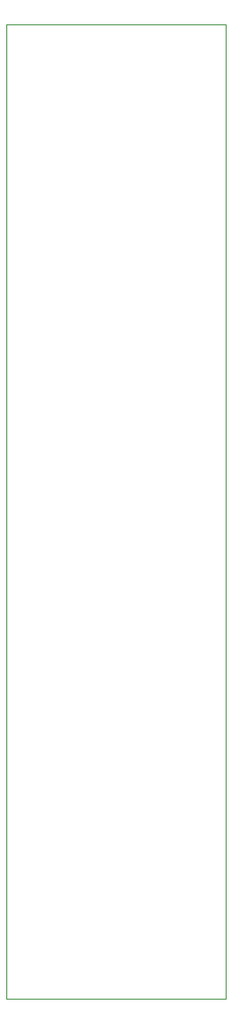
<source format=gm1>
G04 #@! TF.GenerationSoftware,KiCad,Pcbnew,(5.1.6-0-10_14)*
G04 #@! TF.CreationDate,2020-09-12T18:40:15-05:00*
G04 #@! TF.ProjectId,NetworkBreaker,4e657477-6f72-46b4-9272-65616b65722e,rev?*
G04 #@! TF.SameCoordinates,Original*
G04 #@! TF.FileFunction,Profile,NP*
%FSLAX46Y46*%
G04 Gerber Fmt 4.6, Leading zero omitted, Abs format (unit mm)*
G04 Created by KiCad (PCBNEW (5.1.6-0-10_14)) date 2020-09-12 18:40:15*
%MOMM*%
%LPD*%
G01*
G04 APERTURE LIST*
G04 #@! TA.AperFunction,Profile*
%ADD10C,0.100000*%
G04 #@! TD*
G04 APERTURE END LIST*
D10*
X200000000Y-144920000D02*
X200000000Y-144259600D01*
X220624800Y-144920000D02*
X200000000Y-144920000D01*
X220624800Y-99962000D02*
X220624800Y-144920000D01*
X220624800Y-99962000D02*
X220624800Y-53530800D01*
X200000000Y-53530800D02*
X220624800Y-53530800D01*
X200000000Y-144259600D02*
X200000000Y-53530800D01*
M02*

</source>
